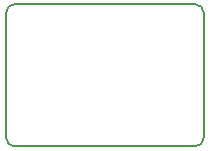
<source format=gbr>
G04 (created by PCBNEW (2013-03-04 BZR 3984)-stable) date 10/14/2013 9:35:43 AM*
%MOIN*%
G04 Gerber Fmt 3.4, Leading zero omitted, Abs format*
%FSLAX34Y34*%
G01*
G70*
G90*
G04 APERTURE LIST*
%ADD10C,0.006*%
%ADD11C,0.00590551*%
G04 APERTURE END LIST*
G54D10*
G54D11*
X81750Y-54100D02*
X75750Y-54100D01*
X82050Y-49650D02*
X82050Y-53800D01*
X75750Y-49350D02*
X81750Y-49350D01*
X75450Y-53800D02*
X75450Y-49650D01*
X75450Y-53800D02*
G75*
G03X75750Y-54100I300J0D01*
G74*
G01*
X75750Y-49350D02*
G75*
G03X75450Y-49650I0J-300D01*
G74*
G01*
X82050Y-49650D02*
G75*
G03X81750Y-49350I-300J0D01*
G74*
G01*
X81750Y-54100D02*
G75*
G03X82050Y-53800I0J300D01*
G74*
G01*
M02*

</source>
